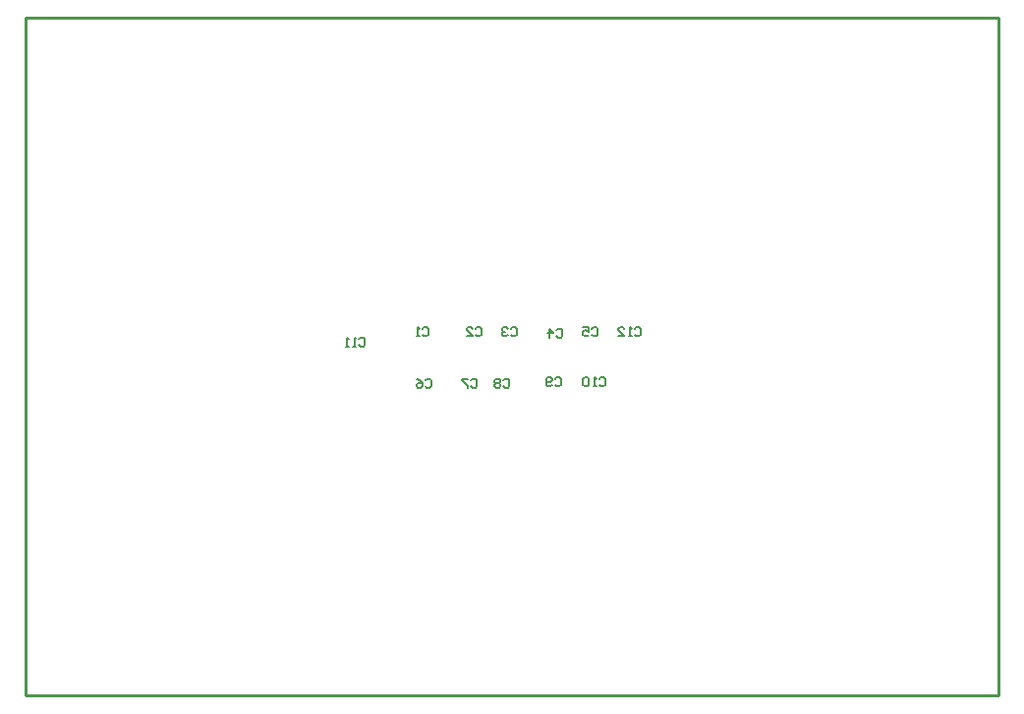
<source format=gbo>
%FSLAX25Y25*%
%MOIN*%
G70*
G01*
G75*
G04 Layer_Color=32896*
%ADD10O,0.01772X0.08268*%
%ADD11O,0.08268X0.01772*%
%ADD12C,0.01000*%
%ADD13C,0.06000*%
%ADD14C,0.05000*%
%ADD15R,0.02047X0.02047*%
%ADD16R,0.02047X0.02047*%
%ADD17C,0.03000*%
%ADD18C,0.00984*%
%ADD19C,0.02362*%
%ADD20C,0.00787*%
%ADD21C,0.00700*%
%ADD22C,0.00800*%
%ADD23R,0.37500X0.15000*%
%ADD24O,0.02572X0.09068*%
%ADD25O,0.09068X0.02572*%
%ADD26C,0.06800*%
%ADD27C,0.05800*%
%ADD28R,0.02847X0.02847*%
%ADD29R,0.02847X0.02847*%
D12*
X-170000Y-115000D02*
Y115000D01*
Y-115000D02*
X160000D01*
Y115000D01*
X-170000D02*
X160000D01*
D21*
X-35499Y9499D02*
X-34999Y9999D01*
X-34000D01*
X-33500Y9499D01*
Y7500D01*
X-34000Y7000D01*
X-34999D01*
X-35499Y7500D01*
X-36499Y7000D02*
X-37499D01*
X-36999D01*
Y9999D01*
X-36499Y9499D01*
X-17499D02*
X-16999Y9999D01*
X-16000D01*
X-15500Y9499D01*
Y7500D01*
X-16000Y7000D01*
X-16999D01*
X-17499Y7500D01*
X-20498Y7000D02*
X-18499D01*
X-20498Y8999D01*
Y9499D01*
X-19999Y9999D01*
X-18999D01*
X-18499Y9499D01*
X-5499D02*
X-5000Y9999D01*
X-4000D01*
X-3500Y9499D01*
Y7500D01*
X-4000Y7000D01*
X-5000D01*
X-5499Y7500D01*
X-6499Y9499D02*
X-6999Y9999D01*
X-7999D01*
X-8498Y9499D01*
Y8999D01*
X-7999Y8500D01*
X-7499D01*
X-7999D01*
X-8498Y8000D01*
Y7500D01*
X-7999Y7000D01*
X-6999D01*
X-6499Y7500D01*
X10001Y8999D02*
X10501Y9499D01*
X11500D01*
X12000Y8999D01*
Y7000D01*
X11500Y6500D01*
X10501D01*
X10001Y7000D01*
X7501Y6500D02*
Y9499D01*
X9001Y7999D01*
X7002D01*
X22001Y9499D02*
X22501Y9999D01*
X23500D01*
X24000Y9499D01*
Y7500D01*
X23500Y7000D01*
X22501D01*
X22001Y7500D01*
X19002Y9999D02*
X21001D01*
Y8500D01*
X20001Y8999D01*
X19501D01*
X19002Y8500D01*
Y7500D01*
X19501Y7000D01*
X20501D01*
X21001Y7500D01*
X-34499Y-8001D02*
X-33999Y-7501D01*
X-33000D01*
X-32500Y-8001D01*
Y-10000D01*
X-33000Y-10500D01*
X-33999D01*
X-34499Y-10000D01*
X-37498Y-7501D02*
X-36499Y-8001D01*
X-35499Y-9001D01*
Y-10000D01*
X-35999Y-10500D01*
X-36999D01*
X-37498Y-10000D01*
Y-9500D01*
X-36999Y-9001D01*
X-35499D01*
X-18999Y-8001D02*
X-18499Y-7501D01*
X-17500D01*
X-17000Y-8001D01*
Y-10000D01*
X-17500Y-10500D01*
X-18499D01*
X-18999Y-10000D01*
X-19999Y-7501D02*
X-21998D01*
Y-8001D01*
X-19999Y-10000D01*
Y-10500D01*
X-7999Y-8001D02*
X-7500Y-7501D01*
X-6500D01*
X-6000Y-8001D01*
Y-10000D01*
X-6500Y-10500D01*
X-7500D01*
X-7999Y-10000D01*
X-8999Y-8001D02*
X-9499Y-7501D01*
X-10499D01*
X-10998Y-8001D01*
Y-8501D01*
X-10499Y-9001D01*
X-10998Y-9500D01*
Y-10000D01*
X-10499Y-10500D01*
X-9499D01*
X-8999Y-10000D01*
Y-9500D01*
X-9499Y-9001D01*
X-8999Y-8501D01*
Y-8001D01*
X-9499Y-9001D02*
X-10499D01*
X9501Y-7501D02*
X10001Y-7001D01*
X11000D01*
X11500Y-7501D01*
Y-9500D01*
X11000Y-10000D01*
X10001D01*
X9501Y-9500D01*
X8501D02*
X8001Y-10000D01*
X7001D01*
X6502Y-9500D01*
Y-7501D01*
X7001Y-7001D01*
X8001D01*
X8501Y-7501D01*
Y-8001D01*
X8001Y-8501D01*
X6502D01*
X24501Y-7501D02*
X25001Y-7001D01*
X26000D01*
X26500Y-7501D01*
Y-9500D01*
X26000Y-10000D01*
X25001D01*
X24501Y-9500D01*
X23501Y-10000D02*
X22501D01*
X23001D01*
Y-7001D01*
X23501Y-7501D01*
X21002D02*
X20502Y-7001D01*
X19502D01*
X19002Y-7501D01*
Y-9500D01*
X19502Y-10000D01*
X20502D01*
X21002Y-9500D01*
Y-7501D01*
X-56999Y5899D02*
X-56499Y6399D01*
X-55500D01*
X-55000Y5899D01*
Y3900D01*
X-55500Y3400D01*
X-56499D01*
X-56999Y3900D01*
X-57999Y3400D02*
X-58999D01*
X-58499D01*
Y6399D01*
X-57999Y5899D01*
X-60498Y3400D02*
X-61498D01*
X-60998D01*
Y6399D01*
X-60498Y5899D01*
X36501Y9499D02*
X37001Y9999D01*
X38000D01*
X38500Y9499D01*
Y7500D01*
X38000Y7000D01*
X37001D01*
X36501Y7500D01*
X35501Y7000D02*
X34501D01*
X35001D01*
Y9999D01*
X35501Y9499D01*
X31002Y7000D02*
X33002D01*
X31002Y8999D01*
Y9499D01*
X31502Y9999D01*
X32502D01*
X33002Y9499D01*
M02*

</source>
